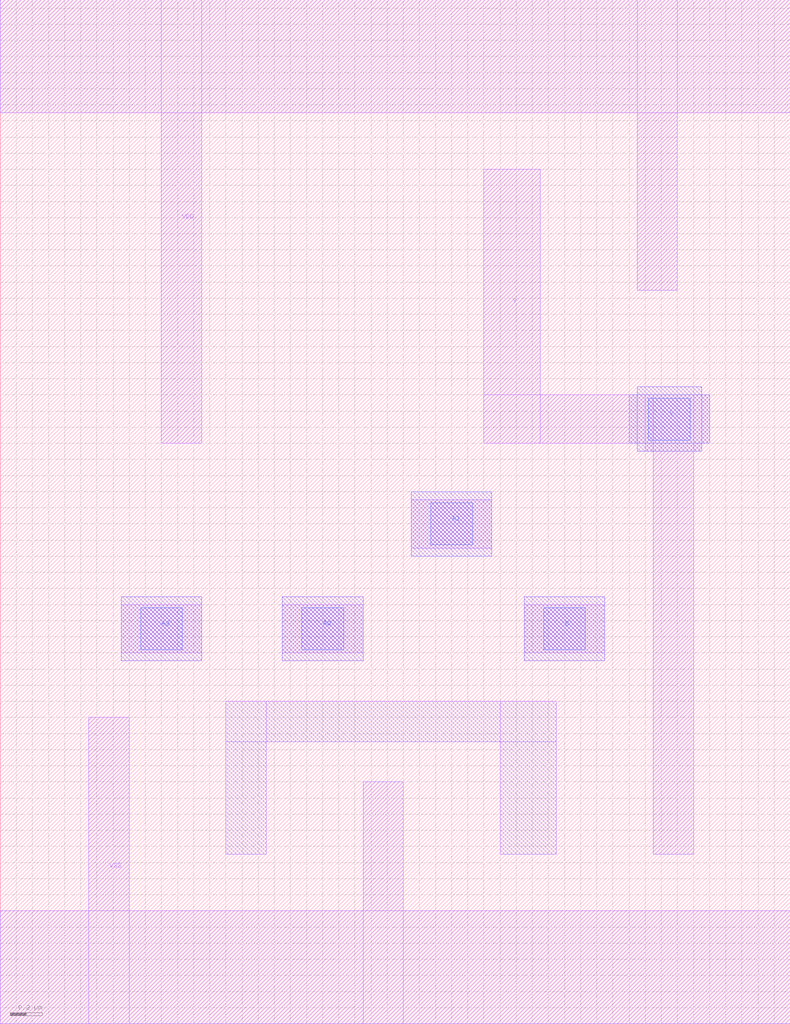
<source format=lef>
# Copyright 2022 Google LLC
# Licensed under the Apache License, Version 2.0 (the "License");
# you may not use this file except in compliance with the License.
# You may obtain a copy of the License at
#
#      http://www.apache.org/licenses/LICENSE-2.0
#
# Unless required by applicable law or agreed to in writing, software
# distributed under the License is distributed on an "AS IS" BASIS,
# WITHOUT WARRANTIES OR CONDITIONS OF ANY KIND, either express or implied.
# See the License for the specific language governing permissions and
# limitations under the License.
VERSION 5.7 ;
BUSBITCHARS "[]" ;
DIVIDERCHAR "/" ;

MACRO gf180mcu_osu_sc_gp9t3v3__oai31_1
  CLASS CORE ;
  ORIGIN 0 0 ;
  FOREIGN gf180mcu_osu_sc_gp9t3v3__oai31_1 0 0 ;
  SIZE 4.9 BY 6.35 ;
  SYMMETRY X Y ;
  SITE gf180mcu_osu_sc_gp9t3v3 ;
  PIN VDD
    DIRECTION INOUT ;
    USE POWER ;
    SHAPE ABUTMENT ;
    PORT
      LAYER Metal1 ;
        RECT 0 5.65 4.9 6.35 ;
        RECT 3.95 4.55 4.2 6.35 ;
        RECT 1 3.6 1.25 6.35 ;
    END
  END VDD
  PIN VSS
    DIRECTION INOUT ;
    USE GROUND ;
    SHAPE ABUTMENT ;
    PORT
      LAYER Metal1 ;
        RECT 0 0 4.9 0.7 ;
        RECT 2.25 0 2.5 1.5 ;
        RECT 0.55 0 0.8 1.9 ;
    END
  END VSS
  PIN A0
    DIRECTION INPUT ;
    USE SIGNAL ;
    PORT
      LAYER Metal1 ;
        RECT 1.75 2.3 2.25 2.6 ;
      LAYER Metal2 ;
        RECT 1.75 2.25 2.25 2.65 ;
      LAYER Via1 ;
        RECT 1.87 2.32 2.13 2.58 ;
    END
  END A0
  PIN A1
    DIRECTION INPUT ;
    USE SIGNAL ;
    PORT
      LAYER Metal1 ;
        RECT 2.55 2.95 3.05 3.25 ;
      LAYER Metal2 ;
        RECT 2.55 2.9 3.05 3.3 ;
      LAYER Via1 ;
        RECT 2.67 2.97 2.93 3.23 ;
    END
  END A1
  PIN A2
    DIRECTION INPUT ;
    USE SIGNAL ;
    PORT
      LAYER Metal1 ;
        RECT 0.75 2.3 1.25 2.6 ;
      LAYER Metal2 ;
        RECT 0.75 2.25 1.25 2.65 ;
      LAYER Via1 ;
        RECT 0.87 2.32 1.13 2.58 ;
    END
  END A2
  PIN B
    DIRECTION INPUT ;
    USE SIGNAL ;
    PORT
      LAYER Metal1 ;
        RECT 3.25 2.3 3.75 2.6 ;
      LAYER Metal2 ;
        RECT 3.25 2.25 3.75 2.65 ;
      LAYER Via1 ;
        RECT 3.37 2.32 3.63 2.58 ;
    END
  END B
  PIN Y
    DIRECTION OUTPUT ;
    USE SIGNAL ;
    PORT
      LAYER Metal1 ;
        RECT 3 3.6 4.4 3.9 ;
        RECT 4 3.55 4.35 3.9 ;
        RECT 4.05 1.05 4.3 3.9 ;
        RECT 3 3.6 3.35 5.3 ;
      LAYER Metal2 ;
        RECT 3.9 3.6 4.4 3.9 ;
        RECT 3.95 3.55 4.35 3.95 ;
      LAYER Via1 ;
        RECT 4.02 3.62 4.28 3.88 ;
    END
  END Y
  OBS
    LAYER Metal1 ;
      RECT 1.4 1.75 3.45 2 ;
      RECT 3.1 1.05 3.45 2 ;
      RECT 1.4 1.05 1.65 2 ;
  END
END gf180mcu_osu_sc_gp9t3v3__oai31_1

</source>
